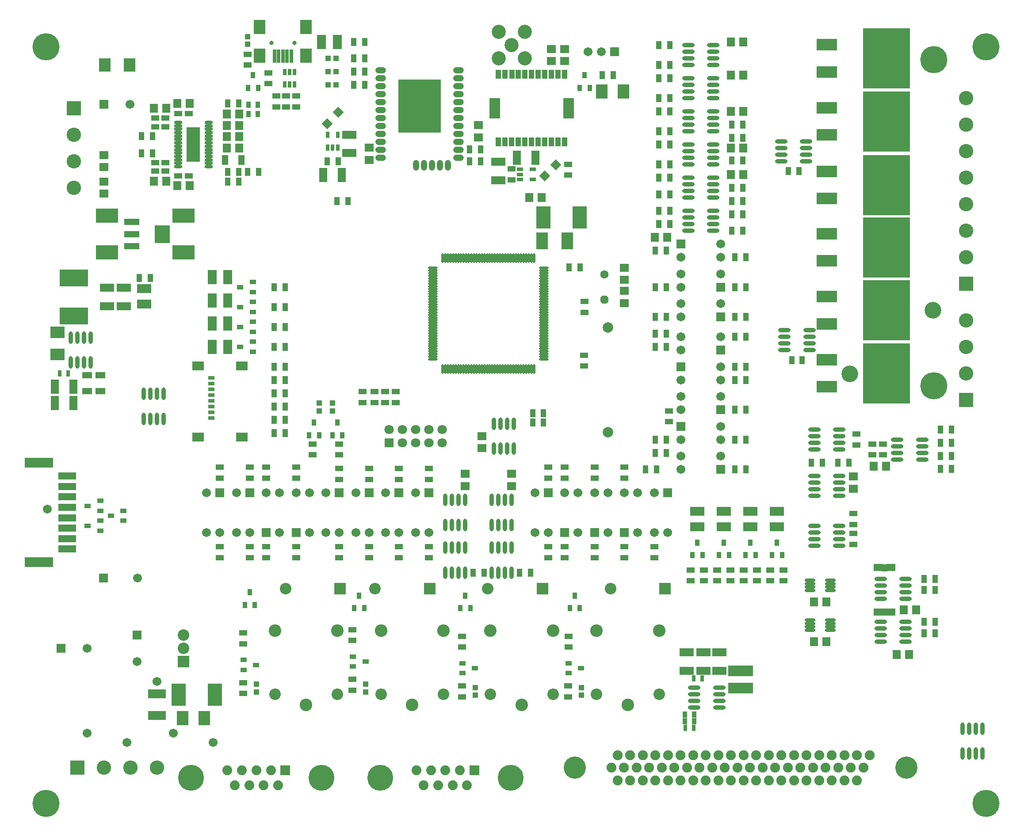
<source format=gts>
G04 Layer_Color=8388736*
%FSLAX24Y24*%
%MOIN*%
G70*
G01*
G75*
%ADD147C,0.0000*%
%ADD148R,0.1104X0.0612*%
%ADD149R,0.0612X0.1104*%
%ADD150R,0.0297X0.0454*%
%ADD151R,0.2180X0.1310*%
%ADD152R,0.0749X0.0454*%
%ADD153R,0.0631X0.0415*%
%ADD154R,0.1025X0.2639*%
%ADD155O,0.0631X0.0257*%
%ADD156R,0.0612X0.0651*%
%ADD157R,0.0415X0.0592*%
%ADD158R,0.0592X0.0434*%
%ADD159R,0.0651X0.0612*%
%ADD160R,0.0454X0.0749*%
%ADD161R,0.0907X0.0986*%
%ADD162R,0.1143X0.0474*%
%ADD163R,0.1143X0.1379*%
%ADD164R,0.1694X0.1104*%
%ADD165O,0.0316X0.0946*%
%ADD166R,0.0592X0.0415*%
%ADD167R,0.0867X0.1064*%
%ADD168R,0.1580X0.0879*%
%ADD169R,0.3580X0.4580*%
%ADD170O,0.0828X0.0241*%
%ADD171O,0.0946X0.0316*%
%ADD172R,0.0395X0.0395*%
G04:AMPARAMS|DCode=173|XSize=47.4mil|YSize=80.8mil|CornerRadius=23.7mil|HoleSize=0mil|Usage=FLASHONLY|Rotation=90.000|XOffset=0mil|YOffset=0mil|HoleType=Round|Shape=RoundedRectangle|*
%AMROUNDEDRECTD173*
21,1,0.0474,0.0335,0,0,90.0*
21,1,0.0000,0.0808,0,0,90.0*
1,1,0.0474,0.0167,0.0000*
1,1,0.0474,0.0167,0.0000*
1,1,0.0474,-0.0167,0.0000*
1,1,0.0474,-0.0167,0.0000*
%
%ADD173ROUNDEDRECTD173*%
G04:AMPARAMS|DCode=174|XSize=47.4mil|YSize=80.8mil|CornerRadius=23.7mil|HoleSize=0mil|Usage=FLASHONLY|Rotation=180.000|XOffset=0mil|YOffset=0mil|HoleType=Round|Shape=RoundedRectangle|*
%AMROUNDEDRECTD174*
21,1,0.0474,0.0335,0,0,180.0*
21,1,0.0000,0.0808,0,0,180.0*
1,1,0.0474,0.0000,0.0167*
1,1,0.0474,0.0000,0.0167*
1,1,0.0474,0.0000,-0.0167*
1,1,0.0474,0.0000,-0.0167*
%
%ADD174ROUNDEDRECTD174*%
%ADD175R,0.3230X0.4017*%
%ADD176R,0.0671X0.1104*%
%ADD177R,0.0474X0.0316*%
%ADD178R,0.0828X0.1517*%
%ADD179R,0.0395X0.0671*%
%ADD180O,0.0730X0.0198*%
%ADD181O,0.0198X0.0730*%
%ADD182R,0.0671X0.0572*%
%ADD183R,0.1104X0.1694*%
%ADD184R,0.1104X0.0671*%
%ADD185R,0.1340X0.0671*%
%ADD186R,0.0493X0.0316*%
%ADD187R,0.0867X0.0671*%
%ADD188P,0.0837X4X270.0*%
%ADD189R,0.0316X0.0474*%
%ADD190R,0.2167X0.0749*%
%ADD191R,0.1340X0.0552*%
%ADD192R,0.0907X0.1257*%
%ADD193R,0.0395X0.0395*%
%ADD194R,0.1064X0.0867*%
%ADD195R,0.0474X0.0356*%
%ADD196R,0.0356X0.0474*%
%ADD197R,0.0375X0.0454*%
%ADD198R,0.0277X0.0986*%
%ADD199R,0.1852X0.0789*%
%ADD200R,0.0415X0.0631*%
%ADD201R,0.0671X0.0671*%
%ADD202C,0.0671*%
%ADD203C,0.1080*%
%ADD204R,0.1080X0.1080*%
%ADD205C,0.0867*%
%ADD206C,0.0946*%
%ADD207C,0.2049*%
%ADD208R,0.0867X0.0867*%
%ADD209R,0.0671X0.0671*%
%ADD210R,0.1080X0.1080*%
%ADD211C,0.1064*%
%ADD212C,0.0789*%
%ADD213R,0.0867X0.0867*%
%ADD214C,0.0710*%
%ADD215R,0.0710X0.0710*%
%ADD216C,0.0631*%
%ADD217P,0.0683X8X112.5*%
%ADD218C,0.1954*%
%ADD219R,0.0745X0.0745*%
%ADD220C,0.0745*%
%ADD221C,0.1674*%
%ADD222C,0.0749*%
%ADD223C,0.0316*%
%ADD224C,0.0395*%
%ADD225C,0.1261*%
G36*
X61050Y14850D02*
X60650D01*
Y15350D01*
X61050D01*
Y14850D01*
D02*
G37*
G36*
Y11500D02*
X60650D01*
Y12000D01*
X61050D01*
Y11500D01*
D02*
G37*
D147*
X60650Y14850D02*
Y15350D01*
Y14850D02*
X61050D01*
Y15350D01*
X60650D02*
X61050D01*
Y11500D02*
Y12000D01*
X60650D02*
X61050D01*
X60650Y11500D02*
Y12000D01*
Y11500D02*
X61050D01*
D148*
X3500Y34801D02*
D03*
Y36199D02*
D03*
X2250Y34801D02*
D03*
Y36199D02*
D03*
X45950Y7301D02*
D03*
Y8699D02*
D03*
X48400D02*
D03*
Y7301D02*
D03*
X47200Y8699D02*
D03*
Y7301D02*
D03*
X20500Y47749D02*
D03*
Y46351D02*
D03*
X31750Y45699D02*
D03*
Y44301D02*
D03*
D149*
X-1699Y28750D02*
D03*
X-301D02*
D03*
X-1699Y27500D02*
D03*
X-301D02*
D03*
X18551Y44700D02*
D03*
X19949D02*
D03*
X34549Y46000D02*
D03*
X33151D02*
D03*
D150*
X-1315Y29750D02*
D03*
X-685D02*
D03*
X46485Y6750D02*
D03*
X47115D02*
D03*
X46465Y3000D02*
D03*
X45835D02*
D03*
D151*
X-250Y36922D02*
D03*
Y34078D02*
D03*
D152*
X1750Y28390D02*
D03*
Y29610D02*
D03*
X750Y28390D02*
D03*
Y29610D02*
D03*
D153*
X38200Y30306D02*
D03*
Y31094D02*
D03*
D154*
X8750Y47000D02*
D03*
D155*
X7589Y48663D02*
D03*
Y48407D02*
D03*
Y48152D02*
D03*
Y47896D02*
D03*
Y47640D02*
D03*
Y47384D02*
D03*
Y47128D02*
D03*
Y46872D02*
D03*
Y46616D02*
D03*
Y46360D02*
D03*
Y46104D02*
D03*
Y45848D02*
D03*
Y45593D02*
D03*
Y45337D02*
D03*
X9911Y48663D02*
D03*
Y48407D02*
D03*
Y48152D02*
D03*
Y47896D02*
D03*
Y47640D02*
D03*
Y47384D02*
D03*
Y47128D02*
D03*
Y46872D02*
D03*
Y46616D02*
D03*
Y46360D02*
D03*
Y46104D02*
D03*
Y45848D02*
D03*
Y45593D02*
D03*
Y45337D02*
D03*
D156*
X11287Y49300D02*
D03*
X12213D02*
D03*
X6713Y49750D02*
D03*
X5787D02*
D03*
X7537Y50100D02*
D03*
X8463D02*
D03*
X6713Y44250D02*
D03*
X5787D02*
D03*
X7537Y43900D02*
D03*
X8463D02*
D03*
X11287Y48450D02*
D03*
X12213D02*
D03*
X11287Y46750D02*
D03*
X12213D02*
D03*
X12213Y47600D02*
D03*
X11287D02*
D03*
X49287Y44750D02*
D03*
X50213D02*
D03*
X43537Y40000D02*
D03*
X44463D02*
D03*
X62300Y11900D02*
D03*
X63225D02*
D03*
X56463Y12500D02*
D03*
X55537D02*
D03*
X61787Y8550D02*
D03*
X62713D02*
D03*
X56463Y9500D02*
D03*
X55537D02*
D03*
X49287Y46750D02*
D03*
X50213D02*
D03*
Y49500D02*
D03*
X49287D02*
D03*
X60037Y22750D02*
D03*
X60963D02*
D03*
X50213Y54750D02*
D03*
X49287D02*
D03*
Y52250D02*
D03*
X50213D02*
D03*
X34087Y43000D02*
D03*
X35013D02*
D03*
D157*
X11337Y44950D02*
D03*
X12163D02*
D03*
X11337Y44200D02*
D03*
X12163D02*
D03*
X4837Y46350D02*
D03*
X5663D02*
D03*
X13663Y44950D02*
D03*
X12837D02*
D03*
X4837Y47650D02*
D03*
X5663D02*
D03*
X11337Y50100D02*
D03*
X12163D02*
D03*
X34163Y14700D02*
D03*
X33337D02*
D03*
X30663D02*
D03*
X29837D02*
D03*
X40413Y52250D02*
D03*
X39587D02*
D03*
X65913Y22550D02*
D03*
X65087D02*
D03*
X15663Y30250D02*
D03*
X14837D02*
D03*
X15663Y29250D02*
D03*
X14837D02*
D03*
X15663Y28250D02*
D03*
X14837D02*
D03*
X15663Y27250D02*
D03*
X14837D02*
D03*
X15663Y25250D02*
D03*
X14837D02*
D03*
X15663Y26250D02*
D03*
X14837D02*
D03*
X44663Y43250D02*
D03*
X43837D02*
D03*
X44663Y44500D02*
D03*
X43837D02*
D03*
X50163Y42750D02*
D03*
X49337D02*
D03*
X50163Y43750D02*
D03*
X49337D02*
D03*
X63837Y13400D02*
D03*
X64663D02*
D03*
X43837Y41000D02*
D03*
X44663D02*
D03*
X63837Y14250D02*
D03*
X64663D02*
D03*
X50163Y40500D02*
D03*
X49337D02*
D03*
X63837Y11000D02*
D03*
X64663D02*
D03*
X63837Y10150D02*
D03*
X64663D02*
D03*
X29587Y45750D02*
D03*
X30413D02*
D03*
X20837Y51500D02*
D03*
X21663D02*
D03*
X20837Y52500D02*
D03*
X21663D02*
D03*
X20837Y53500D02*
D03*
X21663D02*
D03*
X44663Y45500D02*
D03*
X43837D02*
D03*
X44663Y47000D02*
D03*
X43837D02*
D03*
X65913Y25500D02*
D03*
X65087D02*
D03*
X44663Y48000D02*
D03*
X43837D02*
D03*
X65087Y24500D02*
D03*
X65913D02*
D03*
X44663Y49500D02*
D03*
X43837D02*
D03*
X50163Y45800D02*
D03*
X49337D02*
D03*
X50163Y47500D02*
D03*
X49337D02*
D03*
X50163Y48500D02*
D03*
X49337D02*
D03*
X58163Y23000D02*
D03*
X57337D02*
D03*
X56163D02*
D03*
X55337D02*
D03*
X65913Y23500D02*
D03*
X65087D02*
D03*
X50413Y34000D02*
D03*
X49587D02*
D03*
X43587D02*
D03*
X44413D02*
D03*
X49587Y38500D02*
D03*
X50413D02*
D03*
X44413Y39000D02*
D03*
X43587D02*
D03*
X50413Y36250D02*
D03*
X49587D02*
D03*
X43587D02*
D03*
X44413D02*
D03*
X44663Y50500D02*
D03*
X43837D02*
D03*
X44663Y52000D02*
D03*
X43837D02*
D03*
X44663Y53000D02*
D03*
X43837D02*
D03*
X44663Y54500D02*
D03*
X43837D02*
D03*
X29587Y46650D02*
D03*
X30413D02*
D03*
X49337Y41750D02*
D03*
X50163D02*
D03*
X44663Y42000D02*
D03*
X43837D02*
D03*
X14837Y31750D02*
D03*
X15663D02*
D03*
X14837Y33250D02*
D03*
X15663D02*
D03*
X14837Y34750D02*
D03*
X15663D02*
D03*
X14837Y36250D02*
D03*
X15663D02*
D03*
X19587Y42750D02*
D03*
X20413D02*
D03*
X50413Y30250D02*
D03*
X49587D02*
D03*
X50413Y27000D02*
D03*
X49587D02*
D03*
X43663Y22500D02*
D03*
X42837D02*
D03*
X50413D02*
D03*
X49587D02*
D03*
X43587Y23750D02*
D03*
X44413D02*
D03*
X49587Y24750D02*
D03*
X50413D02*
D03*
X44413D02*
D03*
X43587D02*
D03*
X50413Y29250D02*
D03*
X49587D02*
D03*
X44413Y31750D02*
D03*
X43587D02*
D03*
X50413Y32500D02*
D03*
X49587D02*
D03*
X43587Y32750D02*
D03*
X44413D02*
D03*
X20837Y54750D02*
D03*
X21663D02*
D03*
X4687Y36950D02*
D03*
X5513D02*
D03*
X37087Y37750D02*
D03*
X37913D02*
D03*
X18837Y45750D02*
D03*
X19663D02*
D03*
X34324Y26045D02*
D03*
X35151D02*
D03*
X34324Y26745D02*
D03*
X35151D02*
D03*
D158*
X7606Y49350D02*
D03*
X8394D02*
D03*
X6644Y49000D02*
D03*
X5856D02*
D03*
X6644Y45000D02*
D03*
X5856D02*
D03*
X7606Y44650D02*
D03*
X8394D02*
D03*
X5856Y45650D02*
D03*
X6644D02*
D03*
X5856Y48350D02*
D03*
X6644D02*
D03*
D159*
X2000Y43287D02*
D03*
Y44213D02*
D03*
Y46213D02*
D03*
Y45287D02*
D03*
X32750Y21237D02*
D03*
Y22163D02*
D03*
X30250Y47537D02*
D03*
Y48463D02*
D03*
X36750Y54213D02*
D03*
Y53287D02*
D03*
X35750D02*
D03*
Y54213D02*
D03*
X29250Y21237D02*
D03*
Y22163D02*
D03*
X30500Y24087D02*
D03*
Y25013D02*
D03*
X58500Y21037D02*
D03*
Y21963D02*
D03*
X41250Y35037D02*
D03*
Y35963D02*
D03*
Y36787D02*
D03*
Y37713D02*
D03*
X22000Y46763D02*
D03*
Y45837D02*
D03*
D160*
X12360Y45850D02*
D03*
X11140D02*
D03*
D161*
X3935Y53000D02*
D03*
X2065D02*
D03*
D162*
X4089Y41156D02*
D03*
Y40250D02*
D03*
Y39344D02*
D03*
D163*
X6411Y40250D02*
D03*
D164*
X8000Y38872D02*
D03*
Y41628D02*
D03*
X2250Y38872D02*
D03*
Y41628D02*
D03*
D165*
X31750Y14705D02*
D03*
X32250D02*
D03*
X31250D02*
D03*
X32750D02*
D03*
X31250Y16595D02*
D03*
X31750D02*
D03*
X32250D02*
D03*
X32750D02*
D03*
Y20195D02*
D03*
X32250D02*
D03*
X31750D02*
D03*
X31250D02*
D03*
X32750Y18305D02*
D03*
X32250D02*
D03*
X31750D02*
D03*
X31250D02*
D03*
X5000Y26305D02*
D03*
X5500D02*
D03*
X6000D02*
D03*
X6500D02*
D03*
X5000Y28195D02*
D03*
X5500D02*
D03*
X6000D02*
D03*
X6500D02*
D03*
X32900Y25945D02*
D03*
X32400D02*
D03*
X31900D02*
D03*
X31400D02*
D03*
X32900Y24055D02*
D03*
X32400D02*
D03*
X31900D02*
D03*
X31400D02*
D03*
X1000Y32445D02*
D03*
X500D02*
D03*
X0D02*
D03*
X-500D02*
D03*
X1000Y30555D02*
D03*
X500D02*
D03*
X0D02*
D03*
X-500D02*
D03*
X27750Y14705D02*
D03*
X29250D02*
D03*
X27750Y16595D02*
D03*
X28250D02*
D03*
X28750D02*
D03*
X29250D02*
D03*
Y20195D02*
D03*
X28750D02*
D03*
X28250D02*
D03*
X27750D02*
D03*
X29250Y18305D02*
D03*
X28750D02*
D03*
X28250D02*
D03*
X27750D02*
D03*
X28750Y14705D02*
D03*
X28250D02*
D03*
X66750Y1055D02*
D03*
X67250D02*
D03*
X67750D02*
D03*
X68250D02*
D03*
X66750Y2945D02*
D03*
X67250D02*
D03*
X67750D02*
D03*
X68250D02*
D03*
D166*
X38250Y34337D02*
D03*
Y35163D02*
D03*
X22000Y21737D02*
D03*
Y22563D02*
D03*
X14250Y16663D02*
D03*
Y15837D02*
D03*
X22000D02*
D03*
Y16663D02*
D03*
X14250Y22663D02*
D03*
Y21837D02*
D03*
X20750Y10413D02*
D03*
Y9587D02*
D03*
Y6663D02*
D03*
Y5837D02*
D03*
X19750Y21737D02*
D03*
Y22563D02*
D03*
X19750Y15837D02*
D03*
Y16663D02*
D03*
X12500Y10163D02*
D03*
Y9337D02*
D03*
Y6413D02*
D03*
Y5587D02*
D03*
X21500Y28363D02*
D03*
Y27537D02*
D03*
X22400Y28363D02*
D03*
Y27537D02*
D03*
X23200Y28363D02*
D03*
Y27537D02*
D03*
X24000Y28363D02*
D03*
Y27537D02*
D03*
X32750Y45163D02*
D03*
Y44337D02*
D03*
X37000Y44687D02*
D03*
Y45513D02*
D03*
X16500Y16663D02*
D03*
Y15837D02*
D03*
Y22663D02*
D03*
Y21837D02*
D03*
X43500Y16663D02*
D03*
Y15837D02*
D03*
X44600Y26087D02*
D03*
Y26913D02*
D03*
X36750Y15837D02*
D03*
Y16663D02*
D03*
Y22663D02*
D03*
Y21837D02*
D03*
X41250Y15837D02*
D03*
Y16663D02*
D03*
Y22663D02*
D03*
Y21837D02*
D03*
X35500D02*
D03*
Y22663D02*
D03*
Y15837D02*
D03*
Y16663D02*
D03*
X39000Y15837D02*
D03*
Y16663D02*
D03*
Y22663D02*
D03*
Y21837D02*
D03*
X26500Y21737D02*
D03*
Y22563D02*
D03*
X26500Y15837D02*
D03*
Y16663D02*
D03*
X37050Y9913D02*
D03*
Y9087D02*
D03*
X37000Y6163D02*
D03*
Y5337D02*
D03*
X10750Y21837D02*
D03*
Y22663D02*
D03*
Y15837D02*
D03*
Y16663D02*
D03*
X17750Y24413D02*
D03*
Y23587D02*
D03*
X29000Y6163D02*
D03*
Y5337D02*
D03*
Y9913D02*
D03*
Y9087D02*
D03*
X24250Y15837D02*
D03*
Y16663D02*
D03*
X24250Y21737D02*
D03*
Y22563D02*
D03*
X19750Y24413D02*
D03*
Y23587D02*
D03*
X51250Y14087D02*
D03*
Y14913D02*
D03*
X50250D02*
D03*
Y14087D02*
D03*
X49250D02*
D03*
Y14913D02*
D03*
X48250D02*
D03*
Y14087D02*
D03*
X46250Y14913D02*
D03*
Y14087D02*
D03*
X53250D02*
D03*
Y14913D02*
D03*
X52250D02*
D03*
Y14087D02*
D03*
X47250D02*
D03*
Y14913D02*
D03*
X13000Y15837D02*
D03*
Y16663D02*
D03*
Y21837D02*
D03*
Y22663D02*
D03*
X58500Y16837D02*
D03*
Y17663D02*
D03*
Y18337D02*
D03*
Y19163D02*
D03*
X60750Y24413D02*
D03*
Y23587D02*
D03*
X59950Y24413D02*
D03*
Y23587D02*
D03*
X58750Y25163D02*
D03*
Y24337D02*
D03*
X15000Y49837D02*
D03*
Y50663D02*
D03*
X15750Y49837D02*
D03*
Y50663D02*
D03*
X16500Y49837D02*
D03*
Y50663D02*
D03*
X14400Y52413D02*
D03*
Y51587D02*
D03*
X12850Y52987D02*
D03*
Y53813D02*
D03*
D167*
X39523Y51000D02*
D03*
X41177D02*
D03*
X9577Y3750D02*
D03*
X7923D02*
D03*
X13748Y53699D02*
D03*
X17252D02*
D03*
Y55864D02*
D03*
X13748D02*
D03*
D168*
X56500Y38228D02*
D03*
Y40272D02*
D03*
Y49772D02*
D03*
Y47728D02*
D03*
Y33478D02*
D03*
Y35522D02*
D03*
Y30772D02*
D03*
Y28728D02*
D03*
Y42928D02*
D03*
Y44972D02*
D03*
Y54522D02*
D03*
Y52478D02*
D03*
D169*
X61000Y39250D02*
D03*
Y48750D02*
D03*
Y34500D02*
D03*
Y29750D02*
D03*
Y43950D02*
D03*
Y53500D02*
D03*
D170*
X56778Y13366D02*
D03*
Y13622D02*
D03*
Y13878D02*
D03*
Y14134D02*
D03*
X55222Y13366D02*
D03*
Y13622D02*
D03*
Y13878D02*
D03*
Y14134D02*
D03*
X56778Y10366D02*
D03*
Y10622D02*
D03*
Y10878D02*
D03*
Y11134D02*
D03*
X55222Y10366D02*
D03*
Y10622D02*
D03*
Y10878D02*
D03*
Y11134D02*
D03*
D171*
X60555Y14250D02*
D03*
Y13750D02*
D03*
Y13250D02*
D03*
Y12750D02*
D03*
X62445Y14250D02*
D03*
Y13750D02*
D03*
Y13250D02*
D03*
Y12750D02*
D03*
Y9500D02*
D03*
Y10000D02*
D03*
Y10500D02*
D03*
Y11000D02*
D03*
X60555Y9500D02*
D03*
Y10000D02*
D03*
Y10500D02*
D03*
Y11000D02*
D03*
X55555Y22000D02*
D03*
Y21500D02*
D03*
Y21000D02*
D03*
Y20500D02*
D03*
X57445Y22000D02*
D03*
Y21500D02*
D03*
Y21000D02*
D03*
Y20500D02*
D03*
X61805Y24750D02*
D03*
Y24250D02*
D03*
Y23750D02*
D03*
Y23250D02*
D03*
X63695Y24750D02*
D03*
Y24250D02*
D03*
Y23750D02*
D03*
Y23250D02*
D03*
X55555Y25500D02*
D03*
Y25000D02*
D03*
Y24500D02*
D03*
Y24000D02*
D03*
X57445Y25500D02*
D03*
Y25000D02*
D03*
Y24500D02*
D03*
Y24000D02*
D03*
X47945Y43000D02*
D03*
Y43500D02*
D03*
Y44000D02*
D03*
Y44500D02*
D03*
X46055Y43000D02*
D03*
Y43500D02*
D03*
Y44000D02*
D03*
Y44500D02*
D03*
X47945Y40500D02*
D03*
Y41000D02*
D03*
Y41500D02*
D03*
Y42000D02*
D03*
X46055Y40500D02*
D03*
Y41000D02*
D03*
Y41500D02*
D03*
Y42000D02*
D03*
X47945Y45500D02*
D03*
Y46000D02*
D03*
Y46500D02*
D03*
Y47000D02*
D03*
X46055Y45500D02*
D03*
Y46000D02*
D03*
Y46500D02*
D03*
Y47000D02*
D03*
X47945Y48000D02*
D03*
Y48500D02*
D03*
Y49000D02*
D03*
Y49500D02*
D03*
X46055Y48000D02*
D03*
Y48500D02*
D03*
Y49000D02*
D03*
Y49500D02*
D03*
Y52000D02*
D03*
Y51500D02*
D03*
Y51000D02*
D03*
Y50500D02*
D03*
X47945Y52000D02*
D03*
Y51500D02*
D03*
Y51000D02*
D03*
Y50500D02*
D03*
Y53000D02*
D03*
Y53500D02*
D03*
Y54000D02*
D03*
Y54500D02*
D03*
X46055Y53000D02*
D03*
Y53500D02*
D03*
Y54000D02*
D03*
Y54500D02*
D03*
X57445Y16750D02*
D03*
Y17250D02*
D03*
Y17750D02*
D03*
Y18250D02*
D03*
X55555Y16750D02*
D03*
Y17250D02*
D03*
Y17750D02*
D03*
Y18250D02*
D03*
X48395Y4550D02*
D03*
Y5050D02*
D03*
Y5550D02*
D03*
Y6050D02*
D03*
X46505Y4550D02*
D03*
Y5050D02*
D03*
Y5550D02*
D03*
Y6050D02*
D03*
X55195Y31500D02*
D03*
Y32000D02*
D03*
Y32500D02*
D03*
Y33000D02*
D03*
X53305Y31500D02*
D03*
Y32000D02*
D03*
Y32500D02*
D03*
Y33000D02*
D03*
X54945Y45750D02*
D03*
Y46250D02*
D03*
Y46750D02*
D03*
Y47250D02*
D03*
X53055Y45750D02*
D03*
Y46250D02*
D03*
Y46750D02*
D03*
Y47250D02*
D03*
D172*
X21750Y5705D02*
D03*
Y6295D02*
D03*
X13500D02*
D03*
Y5705D02*
D03*
X38000Y5455D02*
D03*
Y6045D02*
D03*
X18250Y26905D02*
D03*
Y27495D02*
D03*
X30000Y5455D02*
D03*
Y6045D02*
D03*
X19250Y26905D02*
D03*
Y27495D02*
D03*
X12850Y55145D02*
D03*
Y54555D02*
D03*
D173*
X28727Y50800D02*
D03*
Y49000D02*
D03*
Y50200D02*
D03*
Y51400D02*
D03*
X22873Y46000D02*
D03*
Y46600D02*
D03*
Y47200D02*
D03*
Y47800D02*
D03*
Y48400D02*
D03*
Y49000D02*
D03*
Y49600D02*
D03*
Y50200D02*
D03*
Y50800D02*
D03*
Y51400D02*
D03*
Y52000D02*
D03*
Y52600D02*
D03*
X28727D02*
D03*
Y52000D02*
D03*
Y49600D02*
D03*
Y48400D02*
D03*
Y47800D02*
D03*
Y47200D02*
D03*
Y46600D02*
D03*
Y46000D02*
D03*
D174*
X27948Y45421D02*
D03*
X27348D02*
D03*
X26748D02*
D03*
X26148D02*
D03*
X25548D02*
D03*
D175*
X25800Y49898D02*
D03*
D176*
X18409Y54750D02*
D03*
X19591D02*
D03*
X11341Y31750D02*
D03*
X10159D02*
D03*
X11341Y33500D02*
D03*
X10159D02*
D03*
X11341Y35250D02*
D03*
X10159D02*
D03*
X11341Y37000D02*
D03*
X10159D02*
D03*
D177*
X34322Y45124D02*
D03*
Y44376D02*
D03*
X33378D02*
D03*
Y44750D02*
D03*
Y45124D02*
D03*
D178*
X37026Y49750D02*
D03*
X31474D02*
D03*
D179*
X31750Y52309D02*
D03*
X32250D02*
D03*
X32759D02*
D03*
X33250D02*
D03*
X33750D02*
D03*
X34250D02*
D03*
X34750D02*
D03*
X35250D02*
D03*
X35750D02*
D03*
X36250D02*
D03*
X36750D02*
D03*
Y47191D02*
D03*
X36250D02*
D03*
X35750D02*
D03*
X35250D02*
D03*
X34750D02*
D03*
X34250D02*
D03*
X33750D02*
D03*
X33250D02*
D03*
X32750D02*
D03*
X32250D02*
D03*
X31750D02*
D03*
D180*
X35161Y30800D02*
D03*
Y30997D02*
D03*
Y31194D02*
D03*
Y31391D02*
D03*
Y31588D02*
D03*
Y31785D02*
D03*
Y31981D02*
D03*
Y32178D02*
D03*
Y32375D02*
D03*
Y32572D02*
D03*
Y32769D02*
D03*
Y32966D02*
D03*
Y33163D02*
D03*
Y33359D02*
D03*
Y33556D02*
D03*
Y33753D02*
D03*
Y33950D02*
D03*
Y34147D02*
D03*
Y34344D02*
D03*
Y34541D02*
D03*
Y34737D02*
D03*
Y34934D02*
D03*
Y35131D02*
D03*
Y35328D02*
D03*
Y35525D02*
D03*
Y35722D02*
D03*
Y35919D02*
D03*
Y36115D02*
D03*
Y36312D02*
D03*
Y36509D02*
D03*
Y36706D02*
D03*
Y36903D02*
D03*
Y37100D02*
D03*
Y37296D02*
D03*
Y37493D02*
D03*
Y37690D02*
D03*
X26815D02*
D03*
Y37493D02*
D03*
Y37296D02*
D03*
Y37100D02*
D03*
Y36903D02*
D03*
Y36706D02*
D03*
Y36509D02*
D03*
Y36312D02*
D03*
Y36115D02*
D03*
Y35919D02*
D03*
Y35722D02*
D03*
Y35525D02*
D03*
Y35328D02*
D03*
Y35131D02*
D03*
Y34934D02*
D03*
Y34737D02*
D03*
Y34541D02*
D03*
Y34344D02*
D03*
Y34147D02*
D03*
Y33950D02*
D03*
Y33753D02*
D03*
Y33556D02*
D03*
Y33359D02*
D03*
Y33163D02*
D03*
Y32966D02*
D03*
Y32769D02*
D03*
Y32572D02*
D03*
Y32375D02*
D03*
Y32178D02*
D03*
Y31981D02*
D03*
Y31785D02*
D03*
Y31588D02*
D03*
Y31391D02*
D03*
Y31194D02*
D03*
Y30997D02*
D03*
Y30800D02*
D03*
D181*
X34433Y38419D02*
D03*
X34236D02*
D03*
X34039D02*
D03*
X33842D02*
D03*
X33645D02*
D03*
X33448D02*
D03*
X33252D02*
D03*
X33055D02*
D03*
X32858D02*
D03*
X32661D02*
D03*
X32464D02*
D03*
X32267D02*
D03*
X32070D02*
D03*
X31874D02*
D03*
X31677D02*
D03*
X31480D02*
D03*
X31283D02*
D03*
X31086D02*
D03*
X30889D02*
D03*
X30693D02*
D03*
X30496D02*
D03*
X30299D02*
D03*
X30102D02*
D03*
X29905D02*
D03*
X29708D02*
D03*
X29511D02*
D03*
X29315D02*
D03*
X29118D02*
D03*
X28921D02*
D03*
X28724D02*
D03*
X28527D02*
D03*
X28330D02*
D03*
X28133D02*
D03*
X27937D02*
D03*
X27740D02*
D03*
X27543D02*
D03*
Y30072D02*
D03*
X27740D02*
D03*
X27937D02*
D03*
X28133D02*
D03*
X28330D02*
D03*
X28527D02*
D03*
X28724D02*
D03*
X28921D02*
D03*
X29118D02*
D03*
X29315D02*
D03*
X29511D02*
D03*
X29708D02*
D03*
X29905D02*
D03*
X30102D02*
D03*
X30299D02*
D03*
X30496D02*
D03*
X30693D02*
D03*
X30889D02*
D03*
X31086D02*
D03*
X31283D02*
D03*
X31480D02*
D03*
X31677D02*
D03*
X31874D02*
D03*
X32070D02*
D03*
X32267D02*
D03*
X32464D02*
D03*
X32661D02*
D03*
X32858D02*
D03*
X33055D02*
D03*
X33252D02*
D03*
X33448D02*
D03*
X33645D02*
D03*
X33842D02*
D03*
X34039D02*
D03*
X34236D02*
D03*
X34433D02*
D03*
D182*
X61342Y15100D02*
D03*
X60358D02*
D03*
Y11750D02*
D03*
X61342D02*
D03*
D183*
X7622Y5500D02*
D03*
X10378D02*
D03*
X37878Y41500D02*
D03*
X35122D02*
D03*
D184*
X5050Y34959D02*
D03*
Y36141D02*
D03*
X50750Y19341D02*
D03*
Y18159D02*
D03*
X48750Y19341D02*
D03*
Y18159D02*
D03*
X46750Y19341D02*
D03*
Y18159D02*
D03*
X52750Y19341D02*
D03*
Y18159D02*
D03*
D185*
X6000Y3923D02*
D03*
Y5577D02*
D03*
D186*
X10089Y29406D02*
D03*
Y28973D02*
D03*
Y28540D02*
D03*
Y28107D02*
D03*
Y27674D02*
D03*
Y27241D02*
D03*
Y26808D02*
D03*
Y26375D02*
D03*
D187*
X12400Y30300D02*
D03*
Y24946D02*
D03*
X9093Y30300D02*
D03*
Y24946D02*
D03*
D188*
X19668Y49418D02*
D03*
X18832Y48582D02*
D03*
X36068Y45468D02*
D03*
X35232Y44632D02*
D03*
D189*
X18876Y47722D02*
D03*
X19624D02*
D03*
Y46778D02*
D03*
X19250D02*
D03*
X18876D02*
D03*
X16374Y52472D02*
D03*
X16000D02*
D03*
X15626D02*
D03*
Y51528D02*
D03*
X16374D02*
D03*
X16000D02*
D03*
D190*
X-2907Y23010D02*
D03*
Y15490D02*
D03*
D191*
X-750Y22000D02*
D03*
Y21213D02*
D03*
Y20425D02*
D03*
Y19638D02*
D03*
Y18850D02*
D03*
Y18063D02*
D03*
Y17276D02*
D03*
Y16488D02*
D03*
D192*
X36947Y39750D02*
D03*
X35053D02*
D03*
D193*
X18905Y51500D02*
D03*
X19495D02*
D03*
Y52500D02*
D03*
X18905D02*
D03*
Y53500D02*
D03*
X19495D02*
D03*
D194*
X-1500Y31173D02*
D03*
Y32827D02*
D03*
D195*
X12278Y31750D02*
D03*
X13222Y32124D02*
D03*
Y31376D02*
D03*
Y32876D02*
D03*
Y33624D02*
D03*
X12278Y33250D02*
D03*
Y34750D02*
D03*
X13222Y35124D02*
D03*
Y34376D02*
D03*
Y35876D02*
D03*
Y36624D02*
D03*
X12278Y36250D02*
D03*
X37972Y7500D02*
D03*
X37028Y7126D02*
D03*
Y7874D02*
D03*
X21722Y8000D02*
D03*
X20778Y7626D02*
D03*
Y8374D02*
D03*
X13472Y7750D02*
D03*
X12528Y7376D02*
D03*
Y8124D02*
D03*
X1722Y17876D02*
D03*
Y18624D02*
D03*
X778Y18250D02*
D03*
Y19750D02*
D03*
X1722Y20124D02*
D03*
Y19376D02*
D03*
X3472Y18626D02*
D03*
Y19374D02*
D03*
X2528Y19000D02*
D03*
X29028Y7874D02*
D03*
Y7126D02*
D03*
X29972Y7500D02*
D03*
D196*
X19600Y26022D02*
D03*
X19974Y25078D02*
D03*
X19226D02*
D03*
X17476D02*
D03*
X18224D02*
D03*
X17850Y26022D02*
D03*
X37126Y12028D02*
D03*
X37874D02*
D03*
X37500Y12972D02*
D03*
X20876Y12028D02*
D03*
X21624D02*
D03*
X21250Y12972D02*
D03*
X12626Y12278D02*
D03*
X13374D02*
D03*
X13000Y13222D02*
D03*
X37876Y51278D02*
D03*
X38624D02*
D03*
X38250Y52222D02*
D03*
X29250Y12972D02*
D03*
X29624Y12028D02*
D03*
X28876D02*
D03*
X50376Y16028D02*
D03*
X51124D02*
D03*
X50750Y16972D02*
D03*
X48750D02*
D03*
X49124Y16028D02*
D03*
X48376D02*
D03*
X46376D02*
D03*
X47124D02*
D03*
X46750Y16972D02*
D03*
X52750D02*
D03*
X53124Y16028D02*
D03*
X52376D02*
D03*
X13250Y52222D02*
D03*
X13624Y51278D02*
D03*
X12876D02*
D03*
D197*
X12896Y49300D02*
D03*
X13604D02*
D03*
X13604Y50000D02*
D03*
X12896D02*
D03*
X46504Y4000D02*
D03*
X45796D02*
D03*
X45796Y3500D02*
D03*
X46504D02*
D03*
D198*
X14870Y53659D02*
D03*
X15185D02*
D03*
X15500D02*
D03*
X15815D02*
D03*
X16130D02*
D03*
D199*
X50000Y7300D02*
D03*
Y6000D02*
D03*
D200*
X54394Y45000D02*
D03*
X53606D02*
D03*
X54644Y30750D02*
D03*
X53856D02*
D03*
D201*
X2016Y50050D02*
D03*
X48500Y34000D02*
D03*
X45500Y39500D02*
D03*
X48500Y36250D02*
D03*
Y27000D02*
D03*
Y22500D02*
D03*
X45500Y25750D02*
D03*
Y30250D02*
D03*
X48500Y31500D02*
D03*
X-1234Y9000D02*
D03*
X40500Y54000D02*
D03*
X1970Y14300D02*
D03*
D202*
X3984Y50050D02*
D03*
X21000Y20750D02*
D03*
X22000Y17750D02*
D03*
X21000D02*
D03*
X15250Y20750D02*
D03*
X14250D02*
D03*
X15250Y17750D02*
D03*
X18750Y20750D02*
D03*
X19750Y17750D02*
D03*
X18750D02*
D03*
X45500Y35000D02*
D03*
Y34000D02*
D03*
X48500Y35000D02*
D03*
X45500Y38500D02*
D03*
X48500Y39500D02*
D03*
Y38500D02*
D03*
X45500Y37250D02*
D03*
Y36250D02*
D03*
X48500Y37250D02*
D03*
X17500Y20750D02*
D03*
X16500D02*
D03*
X17500Y17750D02*
D03*
X48500Y28000D02*
D03*
X45500Y27000D02*
D03*
Y28000D02*
D03*
X43500Y17750D02*
D03*
X44500D02*
D03*
X43500Y20750D02*
D03*
X37750Y17750D02*
D03*
X36750Y20750D02*
D03*
X37750D02*
D03*
X42250D02*
D03*
X41250D02*
D03*
X42250Y17750D02*
D03*
X48500Y23500D02*
D03*
X45500Y22500D02*
D03*
Y23500D02*
D03*
X34500Y17750D02*
D03*
X35500D02*
D03*
X34500Y20750D02*
D03*
X40000Y17750D02*
D03*
X39000Y20750D02*
D03*
X40000D02*
D03*
X48500Y24750D02*
D03*
Y25750D02*
D03*
X45500Y24750D02*
D03*
Y29250D02*
D03*
X48500Y30250D02*
D03*
Y29250D02*
D03*
X45500Y32500D02*
D03*
Y31500D02*
D03*
X48500Y32500D02*
D03*
X25500Y20750D02*
D03*
X26500Y17750D02*
D03*
X25500D02*
D03*
X9750D02*
D03*
X10750D02*
D03*
X9750Y20750D02*
D03*
X7250Y2600D02*
D03*
X10250Y1900D02*
D03*
X4500Y8016D02*
D03*
X750Y2600D02*
D03*
X3750Y1900D02*
D03*
X734Y9000D02*
D03*
X38500Y54000D02*
D03*
X39500D02*
D03*
X23250Y20750D02*
D03*
X24250Y17750D02*
D03*
X23250D02*
D03*
X12000D02*
D03*
X13000D02*
D03*
X12000Y20750D02*
D03*
X4530Y14300D02*
D03*
X6000Y6500D02*
D03*
X-2250Y19500D02*
D03*
D203*
X-250Y43750D02*
D03*
Y47750D02*
D03*
Y45750D02*
D03*
X4000Y0D02*
D03*
X2000D02*
D03*
X6000D02*
D03*
X67000Y50500D02*
D03*
Y48500D02*
D03*
Y40500D02*
D03*
Y38500D02*
D03*
Y42500D02*
D03*
Y44500D02*
D03*
Y46500D02*
D03*
Y31750D02*
D03*
Y29750D02*
D03*
Y33750D02*
D03*
D204*
X-250Y49750D02*
D03*
X67000Y36500D02*
D03*
Y27750D02*
D03*
D205*
X35862Y5537D02*
D03*
X31138D02*
D03*
X15691Y13500D02*
D03*
X22441D02*
D03*
X8000Y9000D02*
D03*
Y10000D02*
D03*
X40191Y13500D02*
D03*
X22888Y5537D02*
D03*
X27612D02*
D03*
X19612D02*
D03*
X14888D02*
D03*
X30941Y13500D02*
D03*
X39138Y5537D02*
D03*
X43862D02*
D03*
D206*
X35862Y10341D02*
D03*
X31138D02*
D03*
X33500Y4750D02*
D03*
X25250D02*
D03*
X22888Y10341D02*
D03*
X27612D02*
D03*
X19612D02*
D03*
X14888D02*
D03*
X17250Y4750D02*
D03*
X41500D02*
D03*
X39138Y10341D02*
D03*
X43862D02*
D03*
D207*
X64567Y53398D02*
D03*
Y28791D02*
D03*
X68504Y-2705D02*
D03*
X-2362D02*
D03*
X68504Y54382D02*
D03*
X-2362D02*
D03*
D208*
X19809Y13500D02*
D03*
X26559D02*
D03*
X44309D02*
D03*
X35059D02*
D03*
D209*
X22000Y20750D02*
D03*
X14250Y17750D02*
D03*
X19750Y20750D02*
D03*
X16500Y17750D02*
D03*
X44500Y20750D02*
D03*
X36750Y17750D02*
D03*
X41250D02*
D03*
X35500Y20750D02*
D03*
X39000Y17750D02*
D03*
X26500Y20750D02*
D03*
X10750D02*
D03*
X4500Y9984D02*
D03*
X24250Y20750D02*
D03*
X13000D02*
D03*
D210*
X0Y0D02*
D03*
D211*
X32750Y54500D02*
D03*
X33734Y53516D02*
D03*
Y55484D02*
D03*
X31766D02*
D03*
Y53516D02*
D03*
D212*
X40000Y33187D02*
D03*
Y25313D02*
D03*
D213*
X8000Y8000D02*
D03*
D214*
X27500Y25500D02*
D03*
Y24500D02*
D03*
X26500Y25500D02*
D03*
Y24500D02*
D03*
X25500Y25500D02*
D03*
Y24500D02*
D03*
X24500Y25500D02*
D03*
Y24500D02*
D03*
X23500Y25500D02*
D03*
D215*
Y24500D02*
D03*
D216*
X39750Y37211D02*
D03*
D217*
Y35289D02*
D03*
D218*
X8581Y-760D02*
D03*
X18419D02*
D03*
X22831D02*
D03*
X32669D02*
D03*
D219*
X15681Y-201D02*
D03*
X29931D02*
D03*
D220*
X15136Y-1319D02*
D03*
X14591Y-201D02*
D03*
X14045Y-1319D02*
D03*
X13500Y-201D02*
D03*
X12955Y-1319D02*
D03*
X12409Y-201D02*
D03*
X11864Y-1319D02*
D03*
X11319Y-201D02*
D03*
X29386Y-1319D02*
D03*
X28841Y-201D02*
D03*
X28295Y-1319D02*
D03*
X27750Y-201D02*
D03*
X27205Y-1319D02*
D03*
X26659Y-201D02*
D03*
X26114Y-1319D02*
D03*
X25569Y-201D02*
D03*
D221*
X62500Y0D02*
D03*
X37500D02*
D03*
D222*
X40732Y-950D02*
D03*
X41682D02*
D03*
X42632D02*
D03*
X43582D02*
D03*
X44532D02*
D03*
X45482D02*
D03*
X46432D02*
D03*
X47382D02*
D03*
X48332D02*
D03*
X49282D02*
D03*
X50232D02*
D03*
X51182D02*
D03*
X52132D02*
D03*
X53082D02*
D03*
X54032D02*
D03*
X54982D02*
D03*
X55932D02*
D03*
X56882D02*
D03*
X57832D02*
D03*
X58782D02*
D03*
X40256Y0D02*
D03*
X41206D02*
D03*
X42156D02*
D03*
X43106D02*
D03*
X44056D02*
D03*
X45006D02*
D03*
X45956D02*
D03*
X46906D02*
D03*
X47856D02*
D03*
X48806D02*
D03*
X49756D02*
D03*
X50706D02*
D03*
X51656D02*
D03*
X52606D02*
D03*
X53556D02*
D03*
X54506D02*
D03*
X55456D02*
D03*
X56406D02*
D03*
X57356D02*
D03*
X58306D02*
D03*
X59256D02*
D03*
X40732Y949D02*
D03*
X41682D02*
D03*
X42632D02*
D03*
X43582D02*
D03*
X44532D02*
D03*
X45482D02*
D03*
X46432D02*
D03*
X47382D02*
D03*
X48332D02*
D03*
X49282D02*
D03*
X50232D02*
D03*
X51182D02*
D03*
X52132D02*
D03*
X53082D02*
D03*
X54032D02*
D03*
X54982D02*
D03*
X55932D02*
D03*
X56882D02*
D03*
X57832D02*
D03*
X58782D02*
D03*
X59732D02*
D03*
D223*
X16366Y54683D02*
D03*
X14634D02*
D03*
D224*
X8533Y48083D02*
D03*
X8967D02*
D03*
X8533Y47650D02*
D03*
X8967D02*
D03*
X8533Y47217D02*
D03*
X8967D02*
D03*
X8533Y46783D02*
D03*
X8967D02*
D03*
X8533Y46350D02*
D03*
X8967D02*
D03*
X8533Y45917D02*
D03*
X8967D02*
D03*
D225*
X58250Y29700D02*
D03*
X64500Y34500D02*
D03*
M02*

</source>
